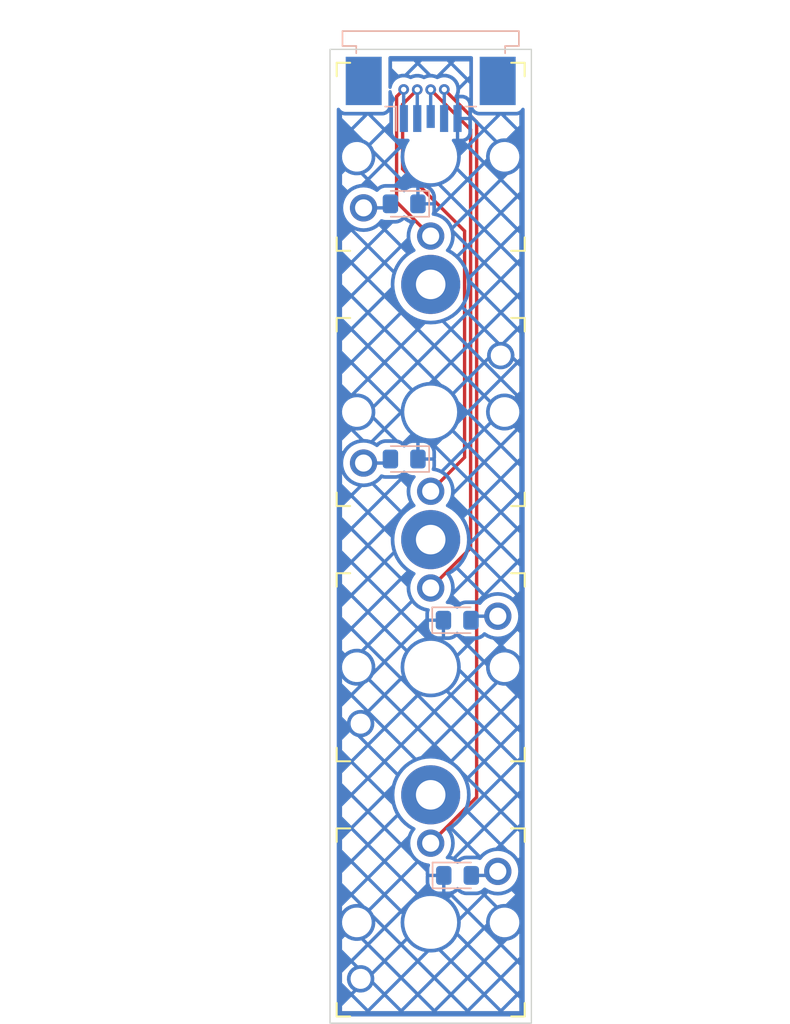
<source format=kicad_pcb>
(kicad_pcb (version 20221018) (generator pcbnew)
  (layers (0 "F.Cu" signal) (31 "B.Cu" signal) (36 "B.SilkS" user "B.Silkscreen") (37 "F.SilkS" user "F.Silkscreen") (38 "B.Mask" user) (39 "F.Mask" user) (44 "Edge.Cuts" user))
  (net 0 "")
  (net 1 "Net-(D1-A)")
  (net 2 "Net-(D2-A)")
  (net 3 "Net-(D3-A)")
  (net 4 "Net-(D4-A)")
  (net 5 "Column")
  (net 6 "Row1")
  (net 7 "Row2")
  (net 8 "Row3")
  (net 9 "Row4")
  (footprint "keyswitches:SW_PG1350" (layer "F.Cu") (at 157.5 97 180)
    (fp_text reference "SW4" hide)
    (fp_text value "SW_Push" hide)
    (fp_line (start -7 -6) (end -7 -7) (stroke (width 0.15)) (layer "F.SilkS"))
    (fp_line (start -7 7) (end -7 6) (stroke (width 0.15)) (layer "F.SilkS"))
    (fp_line (start -7 7) (end -6 7) (stroke (width 0.15)) (layer "F.SilkS"))
    (fp_line (start -6 -7) (end -7 -7) (stroke (width 0.15)) (layer "F.SilkS"))
    (fp_line (start 6 7) (end 7 7) (stroke (width 0.15)) (layer "F.SilkS"))
    (fp_line (start 7 -7) (end 6 -7) (stroke (width 0.15)) (layer "F.SilkS"))
    (fp_line (start 7 -7) (end 7 -6) (stroke (width 0.15)) (layer "F.SilkS"))
    (fp_line (start 7 6) (end 7 7) (stroke (width 0.15)) (layer "F.SilkS"))
    (pad "" np_thru_hole circle (at -5.5 0 180) (size 1.7018 1.7018) (drill 1.7018) (layers "*.Cu" "*.Mask"))
    (pad "" np_thru_hole circle (at 0 0 180) (size 3.429 3.429) (drill 3.429) (layers "*.Cu" "*.Mask"))
    (pad "" np_thru_hole circle (at 5.22 -4.2 180) (size 0.9906 0.9906) (drill 0.9906) (layers "*.Cu" "*.Mask"))
    (pad "" np_thru_hole circle (at 5.5 0 180) (size 1.7018 1.7018) (drill 1.7018) (layers "*.Cu" "*.Mask"))
    (pad "1" thru_hole circle (at 0 5.9 180) (size 2.032 2.032) (drill 1.27) (layers "*.Cu" "*.Mask") (net 9 "Row4"))
    (pad "2" thru_hole circle (at -5 3.8 180) (size 2.032 2.032) (drill 1.27) (layers "*.Cu" "*.Mask") (net 4 "Net-(D4-A)"))
  )
  (footprint "keyswitches:SW_PG1350" (layer "F.Cu") (at 157.5 40)
    (fp_text reference "SW1" hide)
    (fp_text value "SW_Push" hide)
    (fp_line (start -7 -6) (end -7 -7) (stroke (width 0.15)) (layer "F.SilkS"))
    (fp_line (start -7 7) (end -7 6) (stroke (width 0.15)) (layer "F.SilkS"))
    (fp_line (start -7 7) (end -6 7) (stroke (width 0.15)) (layer "F.SilkS"))
    (fp_line (start -6 -7) (end -7 -7) (stroke (width 0.15)) (layer "F.SilkS"))
    (fp_line (start 6 7) (end 7 7) (stroke (width 0.15)) (layer "F.SilkS"))
    (fp_line (start 7 -7) (end 6 -7) (stroke (width 0.15)) (layer "F.SilkS"))
    (fp_line (start 7 -7) (end 7 -6) (stroke (width 0.15)) (layer "F.SilkS"))
    (fp_line (start 7 6) (end 7 7) (stroke (width 0.15)) (layer "F.SilkS"))
    (pad "" np_thru_hole circle (at -5.5 0) (size 1.7018 1.7018) (drill 1.7018) (layers "*.Cu" "*.Mask"))
    (pad "" np_thru_hole circle (at 0 0) (size 3.429 3.429) (drill 3.429) (layers "*.Cu" "*.Mask"))
    (pad "" np_thru_hole circle (at 5.5 0) (size 1.7018 1.7018) (drill 1.7018) (layers "*.Cu" "*.Mask"))
    (pad "1" thru_hole circle (at 0 5.9) (size 2.032 2.032) (drill 1.27) (layers "*.Cu" "*.Mask") (net 6 "Row1"))
    (pad "2" thru_hole circle (at -5 3.8) (size 2.032 2.032) (drill 1.27) (layers "*.Cu" "*.Mask") (net 1 "Net-(D1-A)"))
  )
  (footprint "MountingHole:MountingHole_2.2mm_M2_Pad" (layer "F.Cu") (at 157.5 87.5)
    (fp_text reference "H3" hide)
    (fp_text value "MountingHole" hide)
    (pad "1" thru_hole circle (at 0 0) (size 4.4 4.4) (drill 2.2) (layers "*.Cu" "*.Mask"))
  )
  (footprint "MountingHole:MountingHole_2.2mm_M2_Pad" (layer "F.Cu") (at 157.5 68.5)
    (fp_text reference "H2" hide)
    (fp_text value "MountingHole" hide)
    (pad "1" thru_hole circle (at 0 0) (size 4.4 4.4) (drill 2.2) (layers "*.Cu" "*.Mask"))
  )
  (footprint "keyswitches:SW_PG1350" (layer "F.Cu") (at 157.5 78 180)
    (fp_text reference "SW3" hide)
    (fp_text value "SW_Push" hide)
    (fp_line (start -7 -6) (end -7 -7) (stroke (width 0.15)) (layer "F.SilkS"))
    (fp_line (start -7 7) (end -7 6) (stroke (width 0.15)) (layer "F.SilkS"))
    (fp_line (start -7 7) (end -6 7) (stroke (width 0.15)) (layer "F.SilkS"))
    (fp_line (start -6 -7) (end -7 -7) (stroke (width 0.15)) (layer "F.SilkS"))
    (fp_line (start 6 7) (end 7 7) (stroke (width 0.15)) (layer "F.SilkS"))
    (fp_line (start 7 -7) (end 6 -7) (stroke (width 0.15)) (layer "F.SilkS"))
    (fp_line (start 7 -7) (end 7 -6) (stroke (width 0.15)) (layer "F.SilkS"))
    (fp_line (start 7 6) (end 7 7) (stroke (width 0.15)) (layer "F.SilkS"))
    (pad "" np_thru_hole circle (at -5.5 0 180) (size 1.7018 1.7018) (drill 1.7018) (layers "*.Cu" "*.Mask"))
    (pad "" np_thru_hole circle (at 0 0 180) (size 3.429 3.429) (drill 3.429) (layers "*.Cu" "*.Mask"))
    (pad "" np_thru_hole circle (at 5.22 -4.2 180) (size 0.9906 0.9906) (drill 0.9906) (layers "*.Cu" "*.Mask"))
    (pad "" np_thru_hole circle (at 5.5 0 180) (size 1.7018 1.7018) (drill 1.7018) (layers "*.Cu" "*.Mask"))
    (pad "1" thru_hole circle (at 0 5.9 180) (size 2.032 2.032) (drill 1.27) (layers "*.Cu" "*.Mask") (net 8 "Row3"))
    (pad "2" thru_hole circle (at -5 3.8 180) (size 2.032 2.032) (drill 1.27) (layers "*.Cu" "*.Mask") (net 3 "Net-(D3-A)"))
  )
  (footprint "MountingHole:MountingHole_2.2mm_M2_Pad" (layer "F.Cu") (at 157.5 49.5)
    (fp_text reference "H1" hide)
    (fp_text value "MountingHole" hide)
    (pad "1" thru_hole circle (at 0 0) (size 4.4 4.4) (drill 2.2) (layers "*.Cu" "*.Mask"))
  )
  (footprint "keyswitches:SW_PG1350" (layer "F.Cu") (at 157.5 59)
    (fp_text reference "SW2" hide)
    (fp_text value "SW_Push" hide)
    (fp_line (start -7 -6) (end -7 -7) (stroke (width 0.15)) (layer "F.SilkS"))
    (fp_line (start -7 7) (end -7 6) (stroke (width 0.15)) (layer "F.SilkS"))
    (fp_line (start -7 7) (end -6 7) (stroke (width 0.15)) (layer "F.SilkS"))
    (fp_line (start -6 -7) (end -7 -7) (stroke (width 0.15)) (layer "F.SilkS"))
    (fp_line (start 6 7) (end 7 7) (stroke (width 0.15)) (layer "F.SilkS"))
    (fp_line (start 7 -7) (end 6 -7) (stroke (width 0.15)) (layer "F.SilkS"))
    (fp_line (start 7 -7) (end 7 -6) (stroke (width 0.15)) (layer "F.SilkS"))
    (fp_line (start 7 6) (end 7 7) (stroke (width 0.15)) (layer "F.SilkS"))
    (pad "" np_thru_hole circle (at -5.5 0) (size 1.7018 1.7018) (drill 1.7018) (layers "*.Cu" "*.Mask"))
    (pad "" np_thru_hole circle (at 0 0) (size 3.429 3.429) (drill 3.429) (layers "*.Cu" "*.Mask"))
    (pad "" np_thru_hole circle (at 5.22 -4.2) (size 0.9906 0.9906) (drill 0.9906) (layers "*.Cu" "*.Mask"))
    (pad "" np_thru_hole circle (at 5.5 0) (size 1.7018 1.7018) (drill 1.7018) (layers "*.Cu" "*.Mask"))
    (pad "1" thru_hole circle (at 0 5.9) (size 2.032 2.032) (drill 1.27) (layers "*.Cu" "*.Mask") (net 7 "Row2"))
    (pad "2" thru_hole circle (at -5 3.8) (size 2.032 2.032) (drill 1.27) (layers "*.Cu" "*.Mask") (net 2 "Net-(D2-A)"))
  )
  (footprint "Diode_SMD:D_0805_2012Metric_Pad1.15x1.40mm_HandSolder" (layer "B.Cu") (at 159.5 93.5)
    (fp_text reference "D4" hide)
    (fp_text value "1N4001" hide)
    (fp_line (start -1.86 -0.96) (end 1 -0.96) (stroke (width 0.12)) (layer "B.SilkS"))
    (fp_line (start -1.86 0.96) (end -1.86 -0.96) (stroke (width 0.12)) (layer "B.SilkS"))
    (fp_line (start 1 0.96) (end -1.86 0.96) (stroke (width 0.12)) (layer "B.SilkS"))
    (pad "1" smd roundrect (at -1.025 0) (size 1.15 1.4) (layers "B.Cu" "B.Paste" "B.Mask") (roundrect_rratio 0.2173913043) (net 5 "Column"))
    (pad "2" smd roundrect (at 1.025 0) (size 1.15 1.4) (layers "B.Cu" "B.Paste" "B.Mask") (roundrect_rratio 0.2173913043) (net 4 "Net-(D4-A)"))
  )
  (footprint "Diode_SMD:D_0805_2012Metric_Pad1.15x1.40mm_HandSolder" (layer "B.Cu") (at 155.525 43.5 180)
    (fp_text reference "D1" hide)
    (fp_text value "1N4001" hide)
    (fp_line (start -1.86 -0.96) (end 1 -0.96) (stroke (width 0.12)) (layer "B.SilkS"))
    (fp_line (start -1.86 0.96) (end -1.86 -0.96) (stroke (width 0.12)) (layer "B.SilkS"))
    (fp_line (start 1 0.96) (end -1.86 0.96) (stroke (width 0.12)) (layer "B.SilkS"))
    (pad "1" smd roundrect (at -1.025 0 180) (size 1.15 1.4) (layers "B.Cu" "B.Paste" "B.Mask") (roundrect_rratio 0.2173913043) (net 5 "Column"))
    (pad "2" smd roundrect (at 1.025 0 180) (size 1.15 1.4) (layers "B.Cu" "B.Paste" "B.Mask") (roundrect_rratio 0.2173913043) (net 1 "Net-(D1-A)"))
  )
  (footprint "Diode_SMD:D_0805_2012Metric_Pad1.15x1.40mm_HandSolder" (layer "B.Cu") (at 155.525 62.5 180)
    (fp_text reference "D2" hide)
    (fp_text value "1N4001" hide)
    (fp_line (start -1.86 -0.96) (end 1 -0.96) (stroke (width 0.12)) (layer "B.SilkS"))
    (fp_line (start -1.86 0.96) (end -1.86 -0.96) (stroke (width 0.12)) (layer "B.SilkS"))
    (fp_line (start 1 0.96) (end -1.86 0.96) (stroke (width 0.12)) (layer "B.SilkS"))
    (pad "1" smd roundrect (at -1.025 0 180) (size 1.15 1.4) (layers "B.Cu" "B.Paste" "B.Mask") (roundrect_rratio 0.2173913043) (net 5 "Column"))
    (pad "2" smd roundrect (at 1.025 0 180) (size 1.15 1.4) (layers "B.Cu" "B.Paste" "B.Mask") (roundrect_rratio 0.2173913043) (net 2 "Net-(D2-A)"))
  )
  (footprint "Diode_SMD:D_0805_2012Metric_Pad1.15x1.40mm_HandSolder" (layer "B.Cu") (at 159.475 74.5)
    (fp_text reference "D3" hide)
    (fp_text value "1N4001" hide)
    (fp_line (start -1.86 -0.96) (end 1 -0.96) (stroke (width 0.12)) (layer "B.SilkS"))
    (fp_line (start -1.86 0.96) (end -1.86 -0.96) (stroke (width 0.12)) (layer "B.SilkS"))
    (fp_line (start 1 0.96) (end -1.86 0.96) (stroke (width 0.12)) (layer "B.SilkS"))
    (pad "1" smd roundrect (at -1.025 0) (size 1.15 1.4) (layers "B.Cu" "B.Paste" "B.Mask") (roundrect_rratio 0.2173913043) (net 5 "Column"))
    (pad "2" smd roundrect (at 1.025 0) (size 1.15 1.4) (layers "B.Cu" "B.Paste" "B.Mask") (roundrect_rratio 0.2173913043) (net 3 "Net-(D3-A)"))
  )
  (footprint "Connector_FFC-FPC:TE_84952-5_1x05-1MP_P1.0mm_Horizontal" (layer "B.Cu") (at 157.5 35.35)
    (fp_text reference "J1" (at 0 4 180) (layer "B.SilkS") (effects (justify mirror)))
    (fp_text value "Conn_01x05_Pin")
    (fp_line (start -6.57 -4.71) (end -6.57 -3.6) (stroke (width 0.12)) (layer "B.SilkS"))
    (fp_line (start -6.57 -3.6) (end -5.545 -3.6) (stroke (width 0.12)) (layer "B.SilkS"))
    (fp_line (start -5.545 -3.6) (end -5.545 -3.06) (stroke (width 0.12)) (layer "B.SilkS"))
    (fp_line (start -3.39 0.91) (end -2.565 0.91) (stroke (width 0.12)) (layer "B.SilkS"))
    (fp_line (start -2.565 0.91) (end -2.565 2.71) (stroke (width 0.12)) (layer "B.SilkS"))
    (fp_line (start 2.565 0.91) (end 3.39 0.91) (stroke (width 0.12)) (layer "B.SilkS"))
    (fp_line (start 5.545 -3.6) (end 6.57 -3.6) (stroke (width 0.12)) (layer "B.SilkS"))
    (fp_line (start 5.545 -3.06) (end 5.545 -3.6) (stroke (width 0.12)) (layer "B.SilkS"))
    (fp_line (start 6.57 -4.71) (end -6.57 -4.71) (stroke (width 0.12)) (layer "B.SilkS"))
    (fp_line (start 6.57 -3.6) (end 6.57 -4.71) (stroke (width 0.12)) (layer "B.SilkS"))
    (pad "1" smd rect (at -2 1.8) (size 0.61 2) (layers "B.Cu" "B.Paste" "B.Mask") (net 6 "Row1"))
    (pad "2" smd rect (at -1 1.8) (size 0.61 2) (layers "B.Cu" "B.Paste" "B.Mask") (net 7 "Row2"))
    (pad "3" smd rect (at 0 1.65) (size 0.61 1.7) (layers "B.Cu" "B.Paste" "B.Mask") (net 8 "Row3"))
    (pad "4" smd rect (at 1 1.8) (size 0.61 2) (layers "B.Cu" "B.Paste" "B.Mask") (net 9 "Row4"))
    (pad "5" smd rect (at 2 1.8) (size 0.61 2) (layers "B.Cu" "B.Paste" "B.Mask") (net 5 "Column"))
    (pad "MP" smd rect (at -4.99 -1) (size 2.68 3.6) (layers "B.Cu" "B.Paste" "B.Mask"))
    (pad "MP" smd rect (at 4.99 -1) (size 2.68 3.6) (layers "B.Cu" "B.Paste" "B.Mask"))
  )
  (gr_rect (start 150 32) (end 165 104.5) (stroke (width 0.1)) (fill none) (layer "Edge.Cuts"))
  (segment (start 154.2 43.8) (end 154.5 43.5) (width 0.25) (layer "B.Cu") (net 1))
  (segment (start 152.5 43.8) (end 154.2 43.8) (width 0.25) (layer "B.Cu") (net 1))
  (segment (start 152.5 62.8) (end 154.2 62.8) (width 0.25) (layer "B.Cu") (net 2))
  (segment (start 154.2 62.8) (end 154.5 62.5) (width 0.25) (layer "B.Cu") (net 2))
  (segment (start 160.8 74.2) (end 162.5 74.2) (width 0.25) (layer "B.Cu") (net 3))
  (segment (start 160.5 74.5) (end 160.8 74.2) (width 0.25) (layer "B.Cu") (net 3))
  (segment (start 162.2 93.5) (end 162.5 93.2) (width 0.25) (layer "B.Cu") (net 4))
  (segment (start 160.525 93.5) (end 162.2 93.5) (width 0.25) (layer "B.Cu") (net 4))
  (segment (start 154.9605 43.3605) (end 154.9605 35.514902) (width 0.25) (layer "F.Cu") (net 6))
  (segment (start 154.9605 35.514902) (end 155.487701 34.987701) (width 0.25) (layer "F.Cu") (net 6))
  (segment (start 157.5 45.9) (end 154.9605 43.3605) (width 0.25) (layer "F.Cu") (net 6))
  (via (at 155.487701 34.987701) (size 0.8) (drill 0.4) (layers "F.Cu" "B.Cu") (net 6))
  (segment (start 155.487701 37.137701) (end 155.5 37.15) (width 0.25) (layer "B.Cu") (net 6))
  (segment (start 155.487701 34.987701) (end 155.487701 37.137701) (width 0.25) (layer "B.Cu") (net 6))
  (segment (start 160.025 45.525) (end 155.5 41) (width 0.25) (layer "F.Cu") (net 7))
  (segment (start 155.5 41) (end 155.4105 40.9105) (width 0.25) (layer "F.Cu") (net 7))
  (segment (start 155.4105 40.9105) (end 155.4105 36.0895) (width 0.25) (layer "F.Cu") (net 7))
  (segment (start 155.4105 36.0895) (end 156.5 35) (width 0.25) (layer "F.Cu") (net 7))
  (segment (start 157.5 64.9) (end 160.025 62.375) (width 0.25) (layer "F.Cu") (net 7))
  (segment (start 160.025 62.375) (end 160.025 45.525) (width 0.25) (layer "F.Cu") (net 7))
  (via (at 156.5 35) (size 0.8) (drill 0.4) (layers "F.Cu" "B.Cu") (net 7))
  (segment (start 156.5 35) (end 156.5 37.15) (width 0.25) (layer "B.Cu") (net 7))
  (segment (start 160.475 69.125) (end 157.5 72.1) (width 0.25) (layer "F.Cu") (net 8))
  (segment (start 157.5 35) (end 160.475 37.975) (width 0.25) (layer "F.Cu") (net 8))
  (segment (start 160.475 37.975) (end 160.475 69.125) (width 0.25) (layer "F.Cu") (net 8))
  (via (at 157.5 35) (size 0.8) (drill 0.4) (layers "F.Cu" "B.Cu") (net 8))
  (segment (start 157.5 37) (end 157.5 35) (width 0.25) (layer "B.Cu") (net 8))
  (segment (start 160.925 37.400402) (end 158.512299 34.987701) (width 0.25) (layer "F.Cu") (net 9))
  (segment (start 160.925 87.675) (end 160.925 37.400402) (width 0.25) (layer "F.Cu") (net 9))
  (segment (start 157.5 91.1) (end 160.925 87.675) (width 0.25) (layer "F.Cu") (net 9))
  (via (at 158.512299 34.987701) (size 0.8) (drill 0.4) (layers "F.Cu" "B.Cu") (net 9))
  (segment (start 158.512299 34.987701) (end 158.512299 37.137701) (width 0.25) (layer "B.Cu") (net 9))
  (segment (start 158.512299 37.137701) (end 158.5 37.15) (width 0.25) (layer "B.Cu") (net 9))
  (zone (net 5) (net_name "Column") (layer "B.Cu") (connect_pads (clearance 0.5)) (min_thickness 0.25) (fill yes (mode hatch) (thermal_gap 0.5) (thermal_bridge_width 0.25) (hatch_thickness 0.25) (hatch_gap 1.5) (hatch_orientation 45) (hatch_border_algorithm hatch_thickness) (hatch_min_hole_area 0.3))
    (polygon (pts (xy 150.5 32.5) (xy 150.5 104) (xy 164.5 104) (xy 164.5 32.5)))
  )
)
</source>
